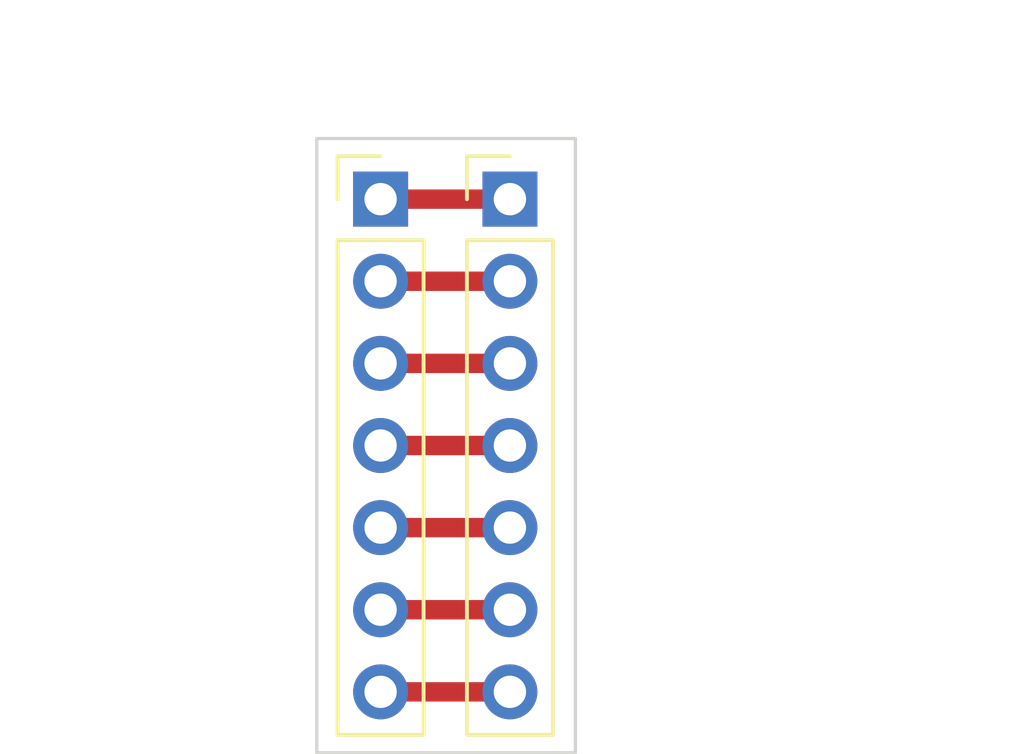
<source format=kicad_pcb>
(kicad_pcb (version 20221018) (generator pcbnew)
  (layers (0 "F.Cu" signal "Front") (31 "B.Cu" signal "Back") (34 "B.Paste" user) (35 "F.Paste" user) (36 "B.SilkS" user "B.Silkscreen") (37 "F.SilkS" user "F.Silkscreen") (38 "B.Mask" user) (39 "F.Mask" user) (44 "Edge.Cuts" user))
  (net 0 "")
  (net 1 "Net-(J1-Pin_1)")
  (net 2 "Net-(J1-Pin_2)")
  (net 3 "Net-(J1-Pin_3)")
  (net 4 "Net-(J1-Pin_4)")
  (net 5 "Net-(J1-Pin_5)")
  (net 6 "Net-(J1-Pin_6)")
  (net 7 "Net-(J1-Pin_7)")
  (footprint "Connector_PinHeader_2.54mm:PinHeader_1x07_P2.54mm_Vertical" (layer "F.Cu") (at 150.35 79.26)
    (fp_text reference "J2" hide)
    (fp_text value "Conn_01x07")
    (fp_line (start -1.33 -1.33) (end 0 -1.33) (stroke (width 0.12)) (layer "F.SilkS"))
    (fp_line (start -1.33 0) (end -1.33 -1.33) (stroke (width 0.12)) (layer "F.SilkS"))
    (fp_line (start -1.33 1.27) (end -1.33 16.57) (stroke (width 0.12)) (layer "F.SilkS"))
    (fp_line (start -1.33 1.27) (end 1.33 1.27) (stroke (width 0.12)) (layer "F.SilkS"))
    (fp_line (start -1.33 16.57) (end 1.33 16.57) (stroke (width 0.12)) (layer "F.SilkS"))
    (fp_line (start 1.33 1.27) (end 1.33 16.57) (stroke (width 0.12)) (layer "F.SilkS"))
    (pad "1" thru_hole rect (at 0 0) (size 1.7 1.7) (drill 1) (layers "*.Cu" "*.Mask") (net 1 "Net-(J1-Pin_1)"))
    (pad "2" thru_hole oval (at 0 2.54) (size 1.7 1.7) (drill 1) (layers "*.Cu" "*.Mask") (net 2 "Net-(J1-Pin_2)"))
    (pad "3" thru_hole oval (at 0 5.08) (size 1.7 1.7) (drill 1) (layers "*.Cu" "*.Mask") (net 3 "Net-(J1-Pin_3)"))
    (pad "4" thru_hole oval (at 0 7.62) (size 1.7 1.7) (drill 1) (layers "*.Cu" "*.Mask") (net 4 "Net-(J1-Pin_4)"))
    (pad "5" thru_hole oval (at 0 10.16) (size 1.7 1.7) (drill 1) (layers "*.Cu" "*.Mask") (net 5 "Net-(J1-Pin_5)"))
    (pad "6" thru_hole oval (at 0 12.7) (size 1.7 1.7) (drill 1) (layers "*.Cu" "*.Mask") (net 6 "Net-(J1-Pin_6)"))
    (pad "7" thru_hole oval (at 0 15.24) (size 1.7 1.7) (drill 1) (layers "*.Cu" "*.Mask") (net 7 "Net-(J1-Pin_7)"))
  )
  (footprint "Connector_PinHeader_2.54mm:PinHeader_1x07_P2.54mm_Vertical" (layer "F.Cu") (at 146.35 79.26)
    (fp_text reference "J1" hide)
    (fp_text value "Conn_01x07")
    (fp_line (start -1.33 -1.33) (end 0 -1.33) (stroke (width 0.12)) (layer "F.SilkS"))
    (fp_line (start -1.33 0) (end -1.33 -1.33) (stroke (width 0.12)) (layer "F.SilkS"))
    (fp_line (start -1.33 1.27) (end -1.33 16.57) (stroke (width 0.12)) (layer "F.SilkS"))
    (fp_line (start -1.33 1.27) (end 1.33 1.27) (stroke (width 0.12)) (layer "F.SilkS"))
    (fp_line (start -1.33 16.57) (end 1.33 16.57) (stroke (width 0.12)) (layer "F.SilkS"))
    (fp_line (start 1.33 1.27) (end 1.33 16.57) (stroke (width 0.12)) (layer "F.SilkS"))
    (pad "1" thru_hole rect (at 0 0) (size 1.7 1.7) (drill 1) (layers "*.Cu" "*.Mask") (net 1 "Net-(J1-Pin_1)"))
    (pad "2" thru_hole oval (at 0 2.54) (size 1.7 1.7) (drill 1) (layers "*.Cu" "*.Mask") (net 2 "Net-(J1-Pin_2)"))
    (pad "3" thru_hole oval (at 0 5.08) (size 1.7 1.7) (drill 1) (layers "*.Cu" "*.Mask") (net 3 "Net-(J1-Pin_3)"))
    (pad "4" thru_hole oval (at 0 7.62) (size 1.7 1.7) (drill 1) (layers "*.Cu" "*.Mask") (net 4 "Net-(J1-Pin_4)"))
    (pad "5" thru_hole oval (at 0 10.16) (size 1.7 1.7) (drill 1) (layers "*.Cu" "*.Mask") (net 5 "Net-(J1-Pin_5)"))
    (pad "6" thru_hole oval (at 0 12.7) (size 1.7 1.7) (drill 1) (layers "*.Cu" "*.Mask") (net 6 "Net-(J1-Pin_6)"))
    (pad "7" thru_hole oval (at 0 15.24) (size 1.7 1.7) (drill 1) (layers "*.Cu" "*.Mask") (net 7 "Net-(J1-Pin_7)"))
  )
  (gr_rect (start 144.375 77.385) (end 152.375 96.385) (stroke (width 0.1)) (fill none) (layer "Edge.Cuts"))
  (segment (start 146.35 79.26) (end 150.35 79.26) (width 0.6) (layer "F.Cu") (net 1))
  (segment (start 146.35 81.8) (end 150.35 81.8) (width 0.6) (layer "F.Cu") (net 2))
  (segment (start 146.35 84.34) (end 150.35 84.34) (width 0.6) (layer "F.Cu") (net 3))
  (segment (start 146.35 86.88) (end 150.35 86.88) (width 0.6) (layer "F.Cu") (net 4))
  (segment (start 146.35 89.42) (end 150.35 89.42) (width 0.6) (layer "F.Cu") (net 5))
  (segment (start 146.35 91.96) (end 150.35 91.96) (width 0.6) (layer "F.Cu") (net 6))
  (segment (start 146.35 94.5) (end 150.35 94.5) (width 0.6) (layer "F.Cu") (net 7))
)
</source>
